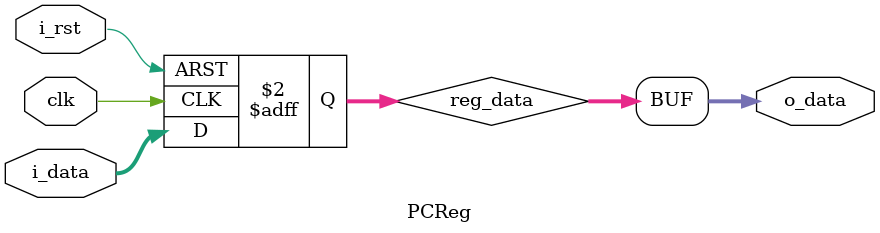
<source format=v>
`timescale 1ns / 1ps


module PCReg(
    input wire clk,
    input wire [31:0] i_data,
    input wire i_rst,
    output wire [31:0] o_data
    );
    
    reg [31:0] reg_data;

    always @ (posedge clk or posedge i_rst)
    begin
        if(i_rst) reg_data <= 32'b0000_0000_0100_0000_0000_0000_0000_0000;
        else reg_data <= i_data;
    end

    assign o_data = reg_data;

endmodule

</source>
